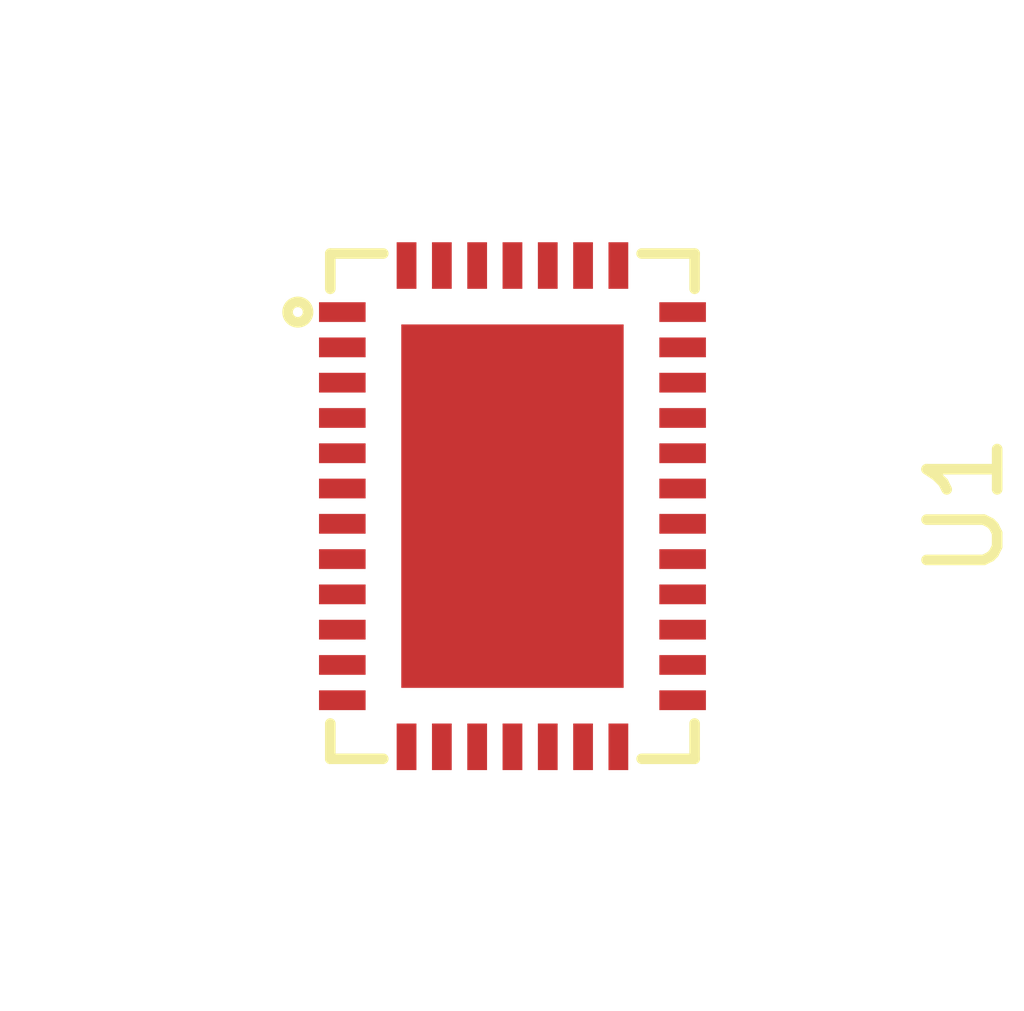
<source format=kicad_pcb>
(kicad_pcb (version 20240108) (generator "pcbnew") (generator_version "8.0")
  (layers (0 "F.Cu" signal) (31 "B.Cu" signal) (34 "B.Paste" user) (35 "F.Paste" user) (36 "B.SilkS" user "B.Silkscreen") (37 "F.SilkS" user "F.Silkscreen") (38 "B.Mask" user) (39 "F.Mask" user) (44 "Edge.Cuts" user))
  (net 0 "")
  (footprint "LCSC:QFN-38_L5.0-W7.0-P0.50-BL-EP" (layer "F.Cu") (at 141.1956 91.4332 -90)
    (property "Reference" "U1" (at 0 -6.41 90) (layer "F.SilkS"))
    (property "Value" "LTC4015EUHF#PBF")
    (fp_line (start -3.58 2.58) (end -3.08 2.58) (stroke (width 0.15)) (layer "F.SilkS"))
    (fp_line (start 3.58 2.58) (end 3.08 2.58) (stroke (width 0.15)) (layer "F.SilkS"))
    (fp_line (start -3.58 1.83) (end -3.58 2.58) (stroke (width 0.15)) (layer "F.SilkS"))
    (fp_line (start 3.58 1.83) (end 3.58 2.58) (stroke (width 0.15)) (layer "F.SilkS"))
    (fp_line (start -3.58 -1.83) (end -3.58 -2.58) (stroke (width 0.15)) (layer "F.SilkS"))
    (fp_line (start 3.58 -1.83) (end 3.58 -2.58) (stroke (width 0.15)) (layer "F.SilkS"))
    (fp_line (start -3.58 -2.58) (end -3.08 -2.58) (stroke (width 0.15)) (layer "F.SilkS"))
    (fp_line (start 3.58 -2.58) (end 3.08 -2.58) (stroke (width 0.15)) (layer "F.SilkS"))
    (fp_circle (center -2.75 3.04) (end -2.68 3.04) (stroke (width 0.15)) (fill none) (layer "F.SilkS"))
    (pad "1" smd rect (at -2.75 2.41 270) (size 0.28 0.66) (layers "F.Cu" "F.Paste" "F.Mask"))
    (pad "2" smd rect (at -2.25 2.41 270) (size 0.28 0.66) (layers "F.Cu" "F.Paste" "F.Mask"))
    (pad "3" smd rect (at -1.75 2.41 270) (size 0.28 0.66) (layers "F.Cu" "F.Paste" "F.Mask"))
    (pad "4" smd rect (at -1.25 2.41 270) (size 0.28 0.66) (layers "F.Cu" "F.Paste" "F.Mask"))
    (pad "5" smd rect (at -0.75 2.41 270) (size 0.28 0.66) (layers "F.Cu" "F.Paste" "F.Mask"))
    (pad "6" smd rect (at -0.25 2.41 270) (size 0.28 0.66) (layers "F.Cu" "F.Paste" "F.Mask"))
    (pad "7" smd rect (at 0.25 2.41 270) (size 0.28 0.66) (layers "F.Cu" "F.Paste" "F.Mask"))
    (pad "8" smd rect (at 0.75 2.41 270) (size 0.28 0.66) (layers "F.Cu" "F.Paste" "F.Mask"))
    (pad "9" smd rect (at 1.25 2.41 270) (size 0.28 0.66) (layers "F.Cu" "F.Paste" "F.Mask"))
    (pad "10" smd rect (at 1.75 2.41 270) (size 0.28 0.66) (layers "F.Cu" "F.Paste" "F.Mask"))
    (pad "11" smd rect (at 2.25 2.41 270) (size 0.28 0.66) (layers "F.Cu" "F.Paste" "F.Mask"))
    (pad "12" smd rect (at 2.75 2.41 270) (size 0.28 0.66) (layers "F.Cu" "F.Paste" "F.Mask"))
    (pad "13" smd rect (at 3.41 1.5 270) (size 0.66 0.28) (layers "F.Cu" "F.Paste" "F.Mask"))
    (pad "14" smd rect (at 3.41 1 270) (size 0.66 0.28) (layers "F.Cu" "F.Paste" "F.Mask"))
    (pad "15" smd rect (at 3.41 0.5 270) (size 0.66 0.28) (layers "F.Cu" "F.Paste" "F.Mask"))
    (pad "16" smd rect (at 3.41 0 270) (size 0.66 0.28) (layers "F.Cu" "F.Paste" "F.Mask"))
    (pad "17" smd rect (at 3.41 -0.5 270) (size 0.66 0.28) (layers "F.Cu" "F.Paste" "F.Mask"))
    (pad "18" smd rect (at 3.41 -1 270) (size 0.66 0.28) (layers "F.Cu" "F.Paste" "F.Mask"))
    (pad "19" smd rect (at 3.41 -1.5 270) (size 0.66 0.28) (layers "F.Cu" "F.Paste" "F.Mask"))
    (pad "20" smd rect (at 2.75 -2.41 270) (size 0.28 0.66) (layers "F.Cu" "F.Paste" "F.Mask"))
    (pad "21" smd rect (at 2.25 -2.41 270) (size 0.28 0.66) (layers "F.Cu" "F.Paste" "F.Mask"))
    (pad "22" smd rect (at 1.75 -2.41 270) (size 0.28 0.66) (layers "F.Cu" "F.Paste" "F.Mask"))
    (pad "23" smd rect (at 1.25 -2.41 270) (size 0.28 0.66) (layers "F.Cu" "F.Paste" "F.Mask"))
    (pad "24" smd rect (at 0.75 -2.41 270) (size 0.28 0.66) (layers "F.Cu" "F.Paste" "F.Mask"))
    (pad "25" smd rect (at 0.25 -2.41 270) (size 0.28 0.66) (layers "F.Cu" "F.Paste" "F.Mask"))
    (pad "26" smd rect (at -0.25 -2.41 270) (size 0.28 0.66) (layers "F.Cu" "F.Paste" "F.Mask"))
    (pad "27" smd rect (at -0.75 -2.41 270) (size 0.28 0.66) (layers "F.Cu" "F.Paste" "F.Mask"))
    (pad "28" smd rect (at -1.25 -2.41 270) (size 0.28 0.66) (layers "F.Cu" "F.Paste" "F.Mask"))
    (pad "29" smd rect (at -1.75 -2.41 270) (size 0.28 0.66) (layers "F.Cu" "F.Paste" "F.Mask"))
    (pad "30" smd rect (at -2.25 -2.41 270) (size 0.28 0.66) (layers "F.Cu" "F.Paste" "F.Mask"))
    (pad "31" smd rect (at -2.75 -2.41 270) (size 0.28 0.66) (layers "F.Cu" "F.Paste" "F.Mask"))
    (pad "32" smd rect (at -3.41 -1.5 270) (size 0.66 0.28) (layers "F.Cu" "F.Paste" "F.Mask"))
    (pad "33" smd rect (at -3.41 -1 270) (size 0.66 0.28) (layers "F.Cu" "F.Paste" "F.Mask"))
    (pad "34" smd rect (at -3.41 -0.5 270) (size 0.66 0.28) (layers "F.Cu" "F.Paste" "F.Mask"))
    (pad "35" smd rect (at -3.41 0 270) (size 0.66 0.28) (layers "F.Cu" "F.Paste" "F.Mask"))
    (pad "36" smd rect (at -3.41 0.5 270) (size 0.66 0.28) (layers "F.Cu" "F.Paste" "F.Mask"))
    (pad "37" smd rect (at -3.41 1 270) (size 0.66 0.28) (layers "F.Cu" "F.Paste" "F.Mask"))
    (pad "38" smd rect (at -3.41 1.5 270) (size 0.66 0.28) (layers "F.Cu" "F.Paste" "F.Mask"))
    (pad "39" smd rect (at 0 0 270) (size 5.15 3.15) (layers "F.Cu" "F.Paste" "F.Mask"))
  )
)
</source>
